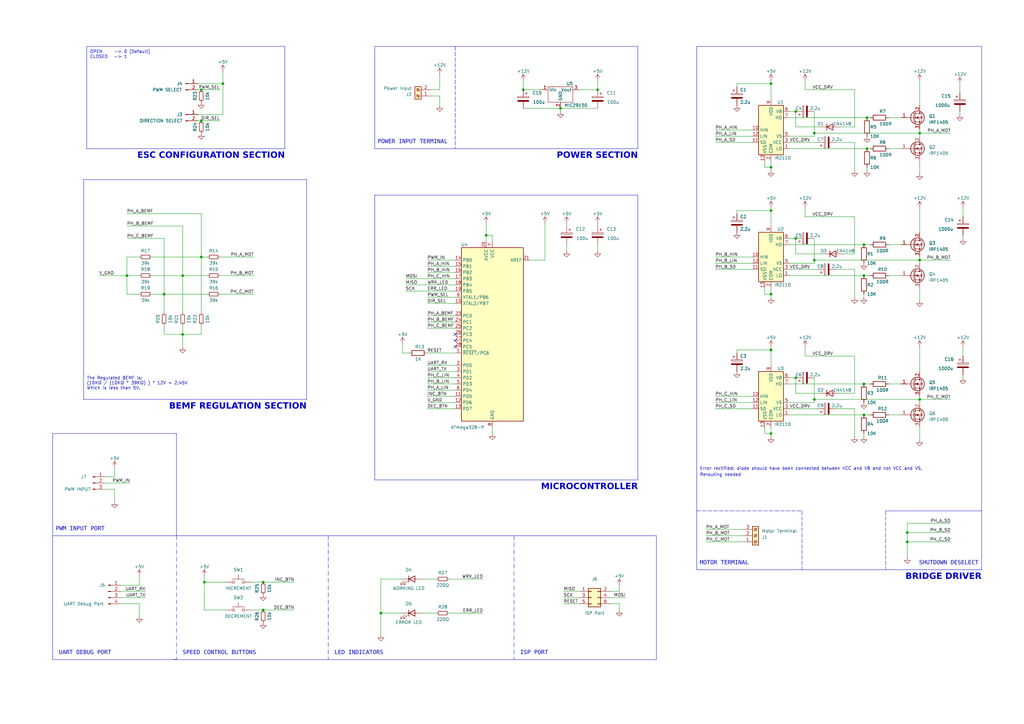
<source format=kicad_sch>
(kicad_sch (version 20230121) (generator eeschema)
  (paper "A3")
  (title_block (title "BLDC ESC") (date "2023-10-06") (rev "0.2") (company "JIMS Innovations") (comment 1 "Designed by Jesutofunmi Kupoluyi"))
  (junction (at 82.55 105.41))
  (junction (at 377.19 54.61))
  (junction (at 91.44 34.29))
  (junction (at 74.93 137.16))
  (junction (at 52.07 113.03))
  (junction (at 334.01 163.83))
  (junction (at 245.11 36.83))
  (junction (at 316.23 120.65))
  (junction (at 199.39 96.52))
  (junction (at 372.11 222.25))
  (junction (at 355.6 60.96))
  (junction (at 82.55 49.53))
  (junction (at 334.01 106.68))
  (junction (at 74.93 113.03))
  (junction (at 326.39 154.94))
  (junction (at 316.23 177.8))
  (junction (at 107.95 250.19))
  (junction (at 316.23 143.51))
  (junction (at 316.23 68.58))
  (junction (at 326.39 97.79))
  (junction (at 355.6 48.26))
  (junction (at 83.82 238.76))
  (junction (at 156.21 251.46))
  (junction (at 316.23 34.29))
  (junction (at 214.63 36.83))
  (junction (at 354.33 113.03))
  (junction (at 372.11 218.44))
  (junction (at 377.19 106.68))
  (junction (at 316.23 86.36))
  (junction (at 354.33 157.48))
  (junction (at 377.19 163.83))
  (junction (at 334.01 54.61))
  (junction (at 82.55 36.83))
  (junction (at 107.95 238.76))
  (junction (at 326.39 45.72))
  (junction (at 67.31 120.65))
  (junction (at 229.87 44.45))
  (junction (at 354.33 170.18))
  (junction (at 354.33 100.33))
  (no_connect (at 186.69 142.24))
  (no_connect (at 186.69 139.7))
  (no_connect (at 186.69 137.16))
  (wire (pts (xy 165.1 144.78) (xy 167.64 144.78)))
  (wire (pts (xy 330.2 142.24) (xy 330.2 146.05)))
  (wire (pts (xy 175.26 121.92) (xy 186.69 121.92)))
  (wire (pts (xy 323.85 167.64) (xy 335.28 167.64)))
  (wire (pts (xy 316.23 120.65) (xy 316.23 121.92)))
  (wire (pts (xy 289.56 217.17) (xy 304.8 217.17)))
  (wire (pts (xy 323.85 45.72) (xy 326.39 45.72)))
  (wire (pts (xy 175.26 167.64) (xy 186.69 167.64)))
  (wire (pts (xy 293.37 165.1) (xy 308.61 165.1)))
  (wire (pts (xy 232.41 100.33) (xy 232.41 102.87)))
  (wire (pts (xy 107.95 250.19) (xy 120.65 250.19)))
  (wire (pts (xy 254 247.65) (xy 254 250.19)))
  (wire (pts (xy 43.18 198.12) (xy 53.34 198.12)))
  (wire (pts (xy 355.6 48.26) (xy 356.87 48.26)))
  (wire (pts (xy 393.7 34.29) (xy 393.7 38.1)))
  (wire (pts (xy 354.33 100.33) (xy 356.87 100.33)))
  (wire (pts (xy 316.23 34.29) (xy 316.23 40.64)))
  (wire (pts (xy 201.93 96.52) (xy 199.39 96.52)))
  (wire (pts (xy 231.14 245.11) (xy 237.49 245.11)))
  (wire (pts (xy 245.11 33.02) (xy 245.11 36.83)))
  (wire (pts (xy 316.23 143.51) (xy 316.23 149.86)))
  (wire (pts (xy 313.69 175.26) (xy 313.69 177.8)))
  (wire (pts (xy 165.1 140.97) (xy 165.1 144.78)))
  (wire (pts (xy 156.21 251.46) (xy 156.21 237.49)))
  (wire (pts (xy 82.55 36.83) (xy 90.17 36.83)))
  (wire (pts (xy 334.01 163.83) (xy 334.01 165.1)))
  (wire (pts (xy 334.01 107.95) (xy 323.85 107.95)))
  (wire (pts (xy 82.55 137.16) (xy 82.55 133.35)))
  (polyline (pts (xy 35.56 19.05) (xy 116.84 19.05)))
  (wire (pts (xy 377.19 53.34) (xy 377.19 54.61)))
  (wire (pts (xy 372.11 218.44) (xy 372.11 222.25)))
  (wire (pts (xy 57.15 120.65) (xy 52.07 120.65)))
  (wire (pts (xy 377.19 163.83) (xy 377.19 165.1)))
  (polyline (pts (xy 21.59 219.71) (xy 21.59 270.51)))
  (wire (pts (xy 186.69 160.02) (xy 175.26 160.02)))
  (wire (pts (xy 393.7 45.72) (xy 393.7 46.99)))
  (wire (pts (xy 377.19 66.04) (xy 377.19 71.12)))
  (wire (pts (xy 323.85 100.33) (xy 354.33 100.33)))
  (polyline (pts (xy 363.22 209.55) (xy 363.22 233.68)) (stroke (width 0) (type dash)))
  (wire (pts (xy 330.2 36.83) (xy 350.52 36.83)))
  (wire (pts (xy 74.93 133.35) (xy 74.93 137.16)))
  (wire (pts (xy 354.33 179.07) (xy 354.33 177.8)))
  (wire (pts (xy 394.97 153.67) (xy 394.97 154.94)))
  (wire (pts (xy 330.2 85.09) (xy 330.2 88.9)))
  (polyline (pts (xy 210.82 219.71) (xy 210.82 270.51)) (stroke (width 0) (type dash_dot)))
  (wire (pts (xy 334.01 154.94) (xy 334.01 163.83)))
  (wire (pts (xy 289.56 219.71) (xy 304.8 219.71)))
  (wire (pts (xy 172.72 237.49) (xy 179.07 237.49)))
  (wire (pts (xy 342.9 167.64) (xy 350.52 167.64)))
  (wire (pts (xy 67.31 133.35) (xy 67.31 137.16)))
  (wire (pts (xy 377.19 54.61) (xy 377.19 55.88)))
  (wire (pts (xy 250.19 245.11) (xy 256.54 245.11)))
  (wire (pts (xy 62.23 105.41) (xy 82.55 105.41)))
  (polyline (pts (xy 125.73 73.66) (xy 125.73 163.83)))
  (polyline (pts (xy 21.59 177.8) (xy 72.39 177.8)))
  (wire (pts (xy 172.72 251.46) (xy 179.07 251.46)))
  (wire (pts (xy 293.37 55.88) (xy 308.61 55.88)))
  (wire (pts (xy 49.53 247.65) (xy 57.15 247.65)))
  (wire (pts (xy 57.15 236.22) (xy 57.15 240.03)))
  (wire (pts (xy 336.55 52.07) (xy 326.39 52.07)))
  (wire (pts (xy 186.69 134.62) (xy 175.26 134.62)))
  (wire (pts (xy 334.01 165.1) (xy 323.85 165.1)))
  (wire (pts (xy 316.23 66.04) (xy 316.23 68.58)))
  (polyline (pts (xy 72.39 219.71) (xy 72.39 270.51)) (stroke (width 0) (type dash_dot)))
  (wire (pts (xy 389.89 222.25) (xy 372.11 222.25)))
  (wire (pts (xy 67.31 120.65) (xy 85.09 120.65)))
  (wire (pts (xy 354.33 121.92) (xy 354.33 120.65)))
  (polyline (pts (xy 116.84 60.96) (xy 35.56 60.96)))
  (wire (pts (xy 62.23 113.03) (xy 74.93 113.03)))
  (wire (pts (xy 46.99 200.66) (xy 46.99 205.74)))
  (wire (pts (xy 377.19 33.02) (xy 377.19 43.18)))
  (wire (pts (xy 166.37 116.84) (xy 186.69 116.84)))
  (wire (pts (xy 302.26 86.36) (xy 316.23 86.36)))
  (polyline (pts (xy 285.75 209.55) (xy 328.93 209.55)) (stroke (width 0) (type dash)))
  (wire (pts (xy 175.26 124.46) (xy 186.69 124.46)))
  (wire (pts (xy 83.82 250.19) (xy 92.71 250.19)))
  (wire (pts (xy 74.93 113.03) (xy 85.09 113.03)))
  (wire (pts (xy 74.93 113.03) (xy 74.93 128.27)))
  (wire (pts (xy 323.85 110.49) (xy 335.28 110.49)))
  (wire (pts (xy 313.69 68.58) (xy 316.23 68.58)))
  (wire (pts (xy 350.52 110.49) (xy 350.52 121.92)))
  (wire (pts (xy 186.69 132.08) (xy 175.26 132.08)))
  (wire (pts (xy 364.49 170.18) (xy 369.57 170.18)))
  (wire (pts (xy 293.37 53.34) (xy 308.61 53.34)))
  (wire (pts (xy 377.19 162.56) (xy 377.19 163.83)))
  (wire (pts (xy 40.64 113.03) (xy 52.07 113.03)))
  (polyline (pts (xy 402.59 19.05) (xy 402.59 233.68)))
  (wire (pts (xy 81.28 49.53) (xy 82.55 49.53)))
  (polyline (pts (xy 186.69 19.05) (xy 186.69 60.96)) (stroke (width 0) (type dash)))
  (polyline (pts (xy 261.62 80.01) (xy 261.62 196.85)))
  (wire (pts (xy 293.37 105.41) (xy 308.61 105.41)))
  (wire (pts (xy 184.15 237.49) (xy 198.12 237.49)))
  (wire (pts (xy 245.11 91.44) (xy 245.11 92.71)))
  (wire (pts (xy 156.21 237.49) (xy 165.1 237.49)))
  (wire (pts (xy 186.69 129.54) (xy 175.26 129.54)))
  (wire (pts (xy 313.69 177.8) (xy 316.23 177.8)))
  (wire (pts (xy 302.26 35.56) (xy 302.26 34.29)))
  (wire (pts (xy 229.87 44.45) (xy 245.11 44.45)))
  (wire (pts (xy 350.52 52.07) (xy 350.52 36.83)))
  (wire (pts (xy 330.2 33.02) (xy 330.2 36.83)))
  (wire (pts (xy 377.19 54.61) (xy 389.89 54.61)))
  (wire (pts (xy 323.85 48.26) (xy 355.6 48.26)))
  (polyline (pts (xy 116.84 19.05) (xy 116.84 60.96)))
  (wire (pts (xy 323.85 170.18) (xy 354.33 170.18)))
  (wire (pts (xy 166.37 114.3) (xy 186.69 114.3)))
  (wire (pts (xy 394.97 96.52) (xy 394.97 97.79)))
  (wire (pts (xy 326.39 45.72) (xy 326.39 52.07)))
  (wire (pts (xy 90.17 113.03) (xy 104.14 113.03)))
  (wire (pts (xy 175.26 162.56) (xy 186.69 162.56)))
  (wire (pts (xy 334.01 163.83) (xy 377.19 163.83)))
  (polyline (pts (xy 72.39 270.51) (xy 71.12 270.51)))
  (wire (pts (xy 90.17 105.41) (xy 104.14 105.41)))
  (polyline (pts (xy 269.24 270.51) (xy 21.59 270.51)))
  (wire (pts (xy 186.69 111.76) (xy 175.26 111.76)))
  (polyline (pts (xy 261.62 196.85) (xy 153.67 196.85)))
  (wire (pts (xy 186.69 144.78) (xy 175.26 144.78)))
  (polyline (pts (xy 285.75 19.05) (xy 285.75 233.68)))
  (wire (pts (xy 229.87 44.45) (xy 229.87 45.72)))
  (wire (pts (xy 313.69 118.11) (xy 313.69 120.65)))
  (wire (pts (xy 323.85 113.03) (xy 354.33 113.03)))
  (wire (pts (xy 334.01 106.68) (xy 334.01 107.95)))
  (wire (pts (xy 52.07 120.65) (xy 52.07 113.03)))
  (wire (pts (xy 102.87 238.76) (xy 107.95 238.76)))
  (wire (pts (xy 102.87 250.19) (xy 107.95 250.19)))
  (wire (pts (xy 52.07 97.79) (xy 67.31 97.79)))
  (polyline (pts (xy 34.29 73.66) (xy 125.73 73.66)))
  (wire (pts (xy 214.63 33.02) (xy 214.63 36.83)))
  (wire (pts (xy 57.15 247.65) (xy 57.15 252.73)))
  (wire (pts (xy 394.97 85.09) (xy 394.97 88.9)))
  (wire (pts (xy 377.19 106.68) (xy 377.19 107.95)))
  (wire (pts (xy 82.55 49.53) (xy 90.17 49.53)))
  (wire (pts (xy 354.33 157.48) (xy 356.87 157.48)))
  (wire (pts (xy 316.23 142.24) (xy 316.23 143.51)))
  (wire (pts (xy 334.01 54.61) (xy 377.19 54.61)))
  (wire (pts (xy 254 240.03) (xy 254 242.57)))
  (wire (pts (xy 156.21 260.35) (xy 156.21 251.46)))
  (polyline (pts (xy 363.22 209.55) (xy 402.59 209.55)))
  (wire (pts (xy 313.69 120.65) (xy 316.23 120.65)))
  (wire (pts (xy 316.23 177.8) (xy 316.23 179.07)))
  (wire (pts (xy 354.33 113.03) (xy 356.87 113.03)))
  (polyline (pts (xy 402.59 233.68) (xy 285.75 233.68)))
  (wire (pts (xy 354.33 170.18) (xy 356.87 170.18)))
  (wire (pts (xy 323.85 157.48) (xy 354.33 157.48)))
  (wire (pts (xy 81.28 34.29) (xy 91.44 34.29)))
  (wire (pts (xy 52.07 92.71) (xy 74.93 92.71)))
  (wire (pts (xy 293.37 58.42) (xy 308.61 58.42)))
  (wire (pts (xy 355.6 60.96) (xy 356.87 60.96)))
  (wire (pts (xy 67.31 137.16) (xy 74.93 137.16)))
  (wire (pts (xy 62.23 120.65) (xy 67.31 120.65)))
  (wire (pts (xy 231.14 247.65) (xy 237.49 247.65)))
  (wire (pts (xy 43.18 200.66) (xy 46.99 200.66)))
  (wire (pts (xy 377.19 118.11) (xy 377.19 123.19)))
  (wire (pts (xy 364.49 157.48) (xy 369.57 157.48)))
  (wire (pts (xy 52.07 113.03) (xy 57.15 113.03)))
  (wire (pts (xy 316.23 85.09) (xy 316.23 86.36)))
  (wire (pts (xy 372.11 214.63) (xy 372.11 218.44)))
  (polyline (pts (xy 285.75 19.05) (xy 402.59 19.05)))
  (wire (pts (xy 90.17 120.65) (xy 104.14 120.65)))
  (wire (pts (xy 350.52 104.14) (xy 345.44 104.14)))
  (wire (pts (xy 355.6 69.85) (xy 355.6 68.58)))
  (wire (pts (xy 316.23 86.36) (xy 316.23 92.71)))
  (wire (pts (xy 364.49 113.03) (xy 369.57 113.03)))
  (polyline (pts (xy 153.67 19.05) (xy 153.67 60.96)))
  (wire (pts (xy 293.37 167.64) (xy 308.61 167.64)))
  (wire (pts (xy 199.39 96.52) (xy 199.39 99.06)))
  (polyline (pts (xy 153.67 80.01) (xy 153.67 196.85)))
  (polyline (pts (xy 269.24 219.71) (xy 269.24 270.51)))
  (wire (pts (xy 302.26 143.51) (xy 316.23 143.51)))
  (wire (pts (xy 46.99 195.58) (xy 43.18 195.58)))
  (wire (pts (xy 389.89 214.63) (xy 372.11 214.63)))
  (wire (pts (xy 231.14 242.57) (xy 237.49 242.57)))
  (wire (pts (xy 82.55 105.41) (xy 82.55 128.27)))
  (polyline (pts (xy 72.39 177.8) (xy 72.39 219.71)))
  (wire (pts (xy 372.11 222.25) (xy 372.11 228.6)))
  (wire (pts (xy 180.34 43.18) (xy 180.34 39.37)))
  (wire (pts (xy 180.34 36.83) (xy 176.53 36.83)))
  (wire (pts (xy 67.31 120.65) (xy 67.31 97.79)))
  (wire (pts (xy 74.93 113.03) (xy 74.93 92.71)))
  (wire (pts (xy 166.37 119.38) (xy 186.69 119.38)))
  (wire (pts (xy 316.23 68.58) (xy 316.23 69.85)))
  (wire (pts (xy 364.49 60.96) (xy 369.57 60.96)))
  (wire (pts (xy 232.41 91.44) (xy 232.41 92.71)))
  (wire (pts (xy 350.52 161.29) (xy 344.17 161.29)))
  (wire (pts (xy 313.69 66.04) (xy 313.69 68.58)))
  (wire (pts (xy 156.21 251.46) (xy 165.1 251.46)))
  (wire (pts (xy 334.01 55.88) (xy 323.85 55.88)))
  (wire (pts (xy 81.28 36.83) (xy 82.55 36.83)))
  (wire (pts (xy 293.37 107.95) (xy 308.61 107.95)))
  (wire (pts (xy 201.93 175.26) (xy 201.93 177.8)))
  (wire (pts (xy 83.82 238.76) (xy 92.71 238.76)))
  (wire (pts (xy 326.39 161.29) (xy 326.39 154.94)))
  (wire (pts (xy 350.52 52.07) (xy 344.17 52.07)))
  (polyline (pts (xy 125.73 163.83) (xy 34.29 163.83)))
  (wire (pts (xy 186.69 152.4) (xy 175.26 152.4)))
  (wire (pts (xy 223.52 91.44) (xy 223.52 106.68)))
  (wire (pts (xy 289.56 222.25) (xy 304.8 222.25)))
  (polyline (pts (xy 35.56 19.05) (xy 35.56 60.96)))
  (wire (pts (xy 377.19 106.68) (xy 389.89 106.68)))
  (wire (pts (xy 91.44 34.29) (xy 91.44 29.21)))
  (wire (pts (xy 52.07 105.41) (xy 52.07 113.03)))
  (wire (pts (xy 342.9 110.49) (xy 350.52 110.49)))
  (wire (pts (xy 330.2 146.05) (xy 350.52 146.05)))
  (wire (pts (xy 81.28 46.99) (xy 91.44 46.99)))
  (wire (pts (xy 250.19 247.65) (xy 254 247.65)))
  (wire (pts (xy 254 242.57) (xy 250.19 242.57)))
  (wire (pts (xy 57.15 105.41) (xy 52.07 105.41)))
  (wire (pts (xy 316.23 175.26) (xy 316.23 177.8)))
  (wire (pts (xy 201.93 99.06) (xy 201.93 96.52)))
  (wire (pts (xy 49.53 240.03) (xy 57.15 240.03)))
  (wire (pts (xy 74.93 137.16) (xy 74.93 142.24)))
  (wire (pts (xy 180.34 39.37) (xy 176.53 39.37)))
  (wire (pts (xy 336.55 161.29) (xy 326.39 161.29)))
  (wire (pts (xy 186.69 109.22) (xy 175.26 109.22)))
  (wire (pts (xy 91.44 46.99) (xy 91.44 34.29)))
  (polyline (pts (xy 134.62 219.71) (xy 134.62 270.51)) (stroke (width 0) (type dash_dot)))
  (wire (pts (xy 302.26 144.78) (xy 302.26 143.51)))
  (wire (pts (xy 377.19 85.09) (xy 377.19 95.25)))
  (polyline (pts (xy 153.67 19.05) (xy 261.62 19.05)))
  (wire (pts (xy 67.31 120.65) (xy 67.31 128.27)))
  (polyline (pts (xy 261.62 60.96) (xy 153.67 60.96)))
  (wire (pts (xy 377.19 163.83) (xy 389.89 163.83)))
  (wire (pts (xy 223.52 106.68) (xy 217.17 106.68)))
  (wire (pts (xy 186.69 149.86) (xy 175.26 149.86)))
  (wire (pts (xy 334.01 54.61) (xy 334.01 55.88)))
  (wire (pts (xy 83.82 238.76) (xy 83.82 250.19)))
  (wire (pts (xy 214.63 44.45) (xy 229.87 44.45)))
  (wire (pts (xy 350.52 167.64) (xy 350.52 179.07)))
  (wire (pts (xy 214.63 36.83) (xy 222.25 36.83)))
  (wire (pts (xy 293.37 110.49) (xy 308.61 110.49)))
  (wire (pts (xy 342.9 58.42) (xy 350.52 58.42)))
  (wire (pts (xy 330.2 88.9) (xy 350.52 88.9)))
  (wire (pts (xy 302.26 87.63) (xy 302.26 86.36)))
  (wire (pts (xy 186.69 154.94) (xy 175.26 154.94)))
  (wire (pts (xy 377.19 105.41) (xy 377.19 106.68)))
  (wire (pts (xy 350.52 161.29) (xy 350.52 146.05)))
  (polyline (pts (xy 21.59 219.71) (xy 269.24 219.71)))
  (wire (pts (xy 82.55 105.41) (xy 85.09 105.41)))
  (wire (pts (xy 82.55 105.41) (xy 82.55 87.63)))
  (wire (pts (xy 364.49 100.33) (xy 369.57 100.33)))
  (wire (pts (xy 323.85 97.79) (xy 326.39 97.79)))
  (wire (pts (xy 302.26 34.29) (xy 316.23 34.29)))
  (polyline (pts (xy 21.59 219.71) (xy 21.59 177.8)))
  (wire (pts (xy 323.85 60.96) (xy 355.6 60.96)))
  (polyline (pts (xy 153.67 80.01) (xy 261.62 80.01)))
  (wire (pts (xy 389.89 218.44) (xy 372.11 218.44)))
  (wire (pts (xy 245.11 36.83) (xy 237.49 36.83)))
  (polyline (pts (xy 328.93 209.55) (xy 328.93 233.68)) (stroke (width 0) (type dash)))
  (wire (pts (xy 350.52 104.14) (xy 350.52 88.9)))
  (wire (pts (xy 46.99 191.77) (xy 46.99 195.58)))
  (wire (pts (xy 293.37 162.56) (xy 308.61 162.56)))
  (wire (pts (xy 107.95 238.76) (xy 120.65 238.76)))
  (wire (pts (xy 394.97 142.24) (xy 394.97 146.05)))
  (wire (pts (xy 74.93 137.16) (xy 82.55 137.16)))
  (wire (pts (xy 350.52 58.42) (xy 350.52 69.85)))
  (wire (pts (xy 186.69 106.68) (xy 175.26 106.68)))
  (wire (pts (xy 83.82 236.22) (xy 83.82 238.76)))
  (wire (pts (xy 199.39 91.44) (xy 199.39 96.52)))
  (polyline (pts (xy 261.62 19.05) (xy 261.62 60.96)))
  (wire (pts (xy 377.19 175.26) (xy 377.19 180.34)))
  (wire (pts (xy 186.69 157.48) (xy 175.26 157.48)))
  (wire (pts (xy 334.01 106.68) (xy 377.19 106.68)))
  (wire (pts (xy 184.15 251.46) (xy 198.12 251.46)))
  (wire (pts (xy 245.11 100.33) (xy 245.11 102.87)))
  (wire (pts (xy 323.85 154.94) (xy 326.39 154.94)))
  (wire (pts (xy 316.23 118.11) (xy 316.23 120.65)))
  (wire (pts (xy 180.34 30.48) (xy 180.34 36.83)))
  (wire (pts (xy 49.53 242.57) (xy 59.69 242.57)))
  (wire (pts (xy 49.53 245.11) (xy 59.69 245.11)))
  (wire (pts (xy 326.39 104.14) (xy 326.39 97.79)))
  (wire (pts (xy 337.82 104.14) (xy 326.39 104.14)))
  (wire (pts (xy 377.19 142.24) (xy 377.19 152.4)))
  (wire (pts (xy 334.01 97.79) (xy 334.01 106.68)))
  (wire (pts (xy 186.69 165.1) (xy 175.26 165.1)))
  (wire (pts (xy 334.01 45.72) (xy 334.01 54.61)))
  (wire (pts (xy 316.23 33.02) (xy 316.23 34.29)))
  (wire (pts (xy 364.49 48.26) (xy 369.57 48.26)))
  (wire (pts (xy 323.85 58.42) (xy 335.28 58.42)))
  (wire (pts (xy 52.07 87.63) (xy 82.55 87.63)))
  (polyline (pts (xy 34.29 73.66) (xy 34.29 163.83)))
  (text "SHUTDOWN DESELECT" (at 401.32 232.41 0) (effects (font (size 1.7 1.7) italic) (justify right bottom)))
  (text "UART DEBUG PORT" (at 24.13 269.24 0) (effects (font (size 1.7 1.7) italic) (justify left bottom)))
  (text "PWM INPUT PORT" (at 22.86 218.44 0) (effects (font (size 1.7 1.7) italic) (justify left bottom)))
  (text "BEMF REGULATION SECTION" (at 125.73 168.91 0) (effects (font (size 2.54 2.54) (thickness 0.508) bold) (justify right bottom)))
  (text "POWER SECTION" (at 261.62 66.04 0) (effects (font (size 2.54 2.54) (thickness 0.508) bold) (justify right bottom)))
  (text "The Regulated BEMF is:\n(10KΩ / (10KΩ * 39KΩ) ) * 12V = 2.45V\nWhich is less than 5V." (at 35.56 160.02 0) (effects (font (size 1.27 1.27)) (justify left bottom)))
  (text "Error rectified: diode should have been connected between VCC and VB and not VCC and VS." (at 287.02 193.04 0) (effects (font (size 1.27 1.27)) (justify left bottom)))
  (text "POWER INPUT TERMINAL" (at 154.94 59.69 0) (effects (font (size 1.7 1.7) italic) (justify left bottom)))
  (text "MICROCONTROLLER" (at 261.62 201.93 0) (effects (font (size 2.54 2.54) (thickness 0.508) bold) (justify right bottom)))
  (text "ISP PORT" (at 213.36 269.24 0) (effects (font (size 1.7 1.7) italic) (justify left bottom)))
  (text "BRIDGE DRIVER" (at 402.59 238.76 0) (effects (font (size 2.54 2.54) (thickness 0.508) bold) (justify right bottom)))
  (text "LED INDICATORS" (at 137.16 269.24 0) (effects (font (size 1.7 1.7) italic) (justify left bottom)))
  (text "ESC CONFIGURATION SECTION" (at 116.84 66.04 0) (effects (font (size 2.54 2.54) (thickness 0.508) bold) (justify right bottom)))
  (text "Rerouting needed" (at 287.02 195.58 0) (effects (font (size 1.27 1.27)) (justify left bottom)))
  (text "SPEED CONTROL BUTTONS" (at 74.93 269.24 0) (effects (font (size 1.7 1.7) italic) (justify left bottom)))
  (text "MOTOR TERMINAL" (at 287.02 232.41 0) (effects (font (size 1.7 1.7) italic) (justify left bottom)))
  (text "OPEN 	-> 0 [Default]\nCLOSED 	-> 1 \n" (at 36.83 24.13 0) (effects (font (size 1.27 1.27)) (justify left bottom)))
  (label "PH_A_LIN" (at 175.26 160.02 0))
  (label "PH_C_BEMF" (at 52.07 97.79 0))
  (label "PH_A_MOT" (at 104.14 105.41 180))
  (label "UART_RX" (at 59.69 242.57 180))
  (label "MOSI" (at 166.37 114.3 0))
  (label "VCC_DRV" (at 323.85 167.64 0))
  (label "SCK" (at 231.14 245.11 0))
  (label "PH_C_BEMF" (at 175.26 134.62 0))
  (label "INC_BTN" (at 175.26 162.56 0))
  (label "UART_TX" (at 59.69 245.11 180))
  (label "PH_C_LIN" (at 293.37 165.1 0))
  (label "DIR_SEL" (at 175.26 124.46 0))
  (label "PH_B_MOT" (at 389.89 106.68 180))
  (label "PH_A_MOT" (at 389.89 54.61 180))
  (label "PH_C_MOT" (at 289.56 222.25 0))
  (label "PH_C_SD" (at 389.89 222.25 180))
  (label "PH_C_MOT" (at 389.89 163.83 180))
  (label "DEC_BTN" (at 120.65 250.19 180))
  (label "PH_C_SD" (at 293.37 167.64 0))
  (label "PH_B_LIN" (at 293.37 107.95 0))
  (label "VCC_DRV" (at 323.85 58.42 0))
  (label "WRK_LED" (at 175.26 116.84 0))
  (label "PWM_SEL" (at 90.17 36.83 180))
  (label "MISO" (at 166.37 116.84 0))
  (label "PH_A_MOT" (at 289.56 217.17 0))
  (label "PWM_SEL" (at 175.26 121.92 0))
  (label "VCC_DRV" (at 341.63 146.05 180))
  (label "RESET" (at 231.14 247.65 0))
  (label "RESET" (at 175.26 144.78 0))
  (label "MOSI" (at 256.54 245.11 180))
  (label "PH_A_SD" (at 293.37 58.42 0))
  (label "PH_A_BEMF" (at 175.26 129.54 0))
  (label "PH_A_SD" (at 389.89 214.63 180))
  (label "INC_BTN" (at 120.65 238.76 180))
  (label "PH_A_HIN" (at 175.26 109.22 0))
  (label "PH_C_HIN" (at 293.37 162.56 0))
  (label "PH_A_HIN" (at 293.37 53.34 0))
  (label "SCK" (at 166.37 119.38 0))
  (label "PH_B_SD" (at 293.37 110.49 0))
  (label "WRK_LED" (at 198.12 237.49 180))
  (label "ERR_LED" (at 198.12 251.46 180))
  (label "PH_B_BEMF" (at 52.07 92.71 0))
  (label "UART_TX" (at 175.26 152.4 0))
  (label "DIR_SEL" (at 90.17 49.53 180))
  (label "PH_A_LIN" (at 293.37 55.88 0))
  (label "VCC_DRV" (at 341.63 88.9 180))
  (label "PH_B_HIN" (at 175.26 111.76 0))
  (label "V_GND" (at 175.26 165.1 0))
  (label "PH_C_MOT" (at 104.14 120.65 180))
  (label "PH_B_BEMF" (at 175.26 132.08 0))
  (label "ERR_LED" (at 175.26 119.38 0))
  (label "PH_A_BEMF" (at 52.07 87.63 0))
  (label "PWM_IN" (at 53.34 198.12 180))
  (label "UART_RX" (at 175.26 149.86 0))
  (label "PH_B_MOT" (at 289.56 219.71 0))
  (label "PH_C_LIN" (at 175.26 154.94 0))
  (label "PH_B_MOT" (at 104.14 113.03 180))
  (label "DEC_BTN" (at 175.26 167.64 0))
  (label "VCC_DRV" (at 323.85 110.49 0))
  (label "PH_B_SD" (at 389.89 218.44 180))
  (label "PH_B_HIN" (at 293.37 105.41 0))
  (label "PH_B_LIN" (at 175.26 157.48 0))
  (label "PH_C_HIN" (at 175.26 114.3 0))
  (label "VCC_DRV" (at 341.63 36.83 180))
  (label "PWM_IN" (at 175.26 106.68 0))
  (label "V_GND" (at 40.64 113.03 0))
  (label "MISO" (at 231.14 242.57 0))
  (symbol (lib_id "power:GND") (at 350.52 121.92 0) (unit 1)
    (property "Reference" "#PWR014" (effects hide))
    (property "Value" "GND" (effects hide))
  )
  (symbol (lib_id "Switch:SW_Push") (at 97.79 238.76 0) (unit 1)
    (property "Reference" "SW1" (at 97.79 233.68 0))
    (property "Value" "INCREMENT" (at 97.79 241.3 0))
    (property "Footprint" "Button_Switch_THT:SW_PUSH_6mm" (effects hide))
  )
  (symbol (lib_id "Device:C_Polarized") (at 394.97 149.86 0) (unit 1)
    (property "Reference" "C16" (at 387.35 147.32 0) (effects (justify left)))
    (property "Value" "1000u" (at 384.81 151.13 0) (effects (justify left)))
    (property "Footprint" "Capacitor_THT:CP_Radial_D14.0mm_P7.50mm" (effects hide))
  )
  (symbol (lib_id "power:GND") (at 57.15 252.73 0) (unit 1)
    (property "Reference" "#PWR047" (effects hide))
    (property "Value" "GND" (effects hide))
  )
  (symbol (lib_id "power:+12V") (at 394.97 85.09 0) (unit 1)
    (property "Reference" "#PWR050" (effects hide))
    (property "Value" "+12V" (at 394.97 81.28 0))
  )
  (symbol (lib_id "Device:C_Polarized") (at 330.2 45.72 90) (unit 1)
    (property "Reference" "C4" (at 328.93 44.45 90) (effects (justify left)))
    (property "Value" "2.2u" (at 336.55 44.45 90) (effects (justify left)))
    (property "Footprint" "Capacitor_THT:CP_Radial_D5.0mm_P2.00mm" (effects hide))
  )
  (symbol (lib_id "power:GND") (at 46.99 205.74 0) (unit 1)
    (property "Reference" "#PWR060" (effects hide))
    (property "Value" "GND" (effects hide))
  )
  (symbol (lib_id "Device:R_Small") (at 87.63 105.41 90) (unit 1)
    (property "Reference" "R14" (at 87.63 102.87 90))
    (property "Value" "39k" (at 87.63 107.95 90))
    (property "Footprint" "Resistor_THT:R_Axial_DIN0207_L6.3mm_D2.5mm_P10.16mm_Horizontal" (effects hide))
  )
  (symbol (lib_id "Connector:Conn_01x04_Pin") (at 44.45 242.57 0) (unit 1)
    (property "Reference" "J5" (at 41.91 240.03 0))
    (property "Value" "UART Debug Port" (at 34.29 247.65 0))
    (property "Footprint" "Connector_PinHeader_2.54mm:PinHeader_1x04_P2.54mm_Vertical" (effects hide))
  )
  (symbol (lib_id "power:GND") (at 229.87 45.72 0) (unit 1)
    (property "Reference" "#PWR038" (effects hide))
    (property "Value" "GND" (effects hide))
  )
  (symbol (lib_id "Device:D") (at 340.36 161.29 0) (unit 1)
    (property "Reference" "D2" (at 336.55 160.02 0))
    (property "Value" "1N4148" (at 345.44 160.02 0))
    (property "Footprint" "Diode_THT:D_A-405_P10.16mm_Horizontal" (effects hide))
    (property "Sim.Device" "D" (effects hide))
    (property "Sim.Pins" "1=K 2=A" (effects hide))
  )
  (symbol (lib_id "Device:R_Small") (at 87.63 113.03 90) (unit 1)
    (property "Reference" "R15" (at 87.63 110.49 90))
    (property "Value" "39k" (at 87.63 115.57 90))
    (property "Footprint" "Resistor_THT:R_Axial_DIN0207_L6.3mm_D2.5mm_P10.16mm_Horizontal" (effects hide))
  )
  (symbol (lib_id "Transistor_FET:IRF3205") (at 374.65 170.18 0) (unit 1)
    (property "Reference" "Q6" (at 381 169.545 0) (effects (justify left)))
    (property "Value" "IRF1405" (at 381 172.085 0) (effects (justify left)))
    (property "Footprint" "Package_TO_SOT_THT:TO-220-3_Vertical" (effects hide))
    (property "Datasheet" "http://www.irf.com/product-info/datasheets/data/irf3205.pdf" (effects hide))
  )
  (symbol (lib_id "power:+5V") (at 316.23 33.02 0) (unit 1)
    (property "Reference" "#PWR04" (effects hide))
    (property "Value" "+5V" (at 316.23 29.21 0))
  )
  (symbol (lib_id "Transistor_FET:IRF3205") (at 374.65 157.48 0) (unit 1)
    (property "Reference" "Q5" (at 381 156.845 0) (effects (justify left)))
    (property "Value" "IRF1405" (at 381 159.385 0) (effects (justify left)))
    (property "Footprint" "Package_TO_SOT_THT:TO-220-3_Vertical" (effects hide))
    (property "Datasheet" "http://www.irf.com/product-info/datasheets/data/irf3205.pdf" (effects hide))
  )
  (symbol (lib_id "Transistor_FET:IRF3205") (at 374.65 60.96 0) (unit 1)
    (property "Reference" "Q2" (at 381 60.325 0) (effects (justify left)))
    (property "Value" "IRF1405" (at 381 62.865 0) (effects (justify left)))
    (property "Footprint" "Package_TO_SOT_THT:TO-220-3_Vertical" (effects hide))
    (property "Datasheet" "http://www.irf.com/product-info/datasheets/data/irf3205.pdf" (effects hide))
  )
  (symbol (lib_id "Device:R") (at 360.68 48.26 90) (unit 1)
    (property "Reference" "R7" (at 361.95 45.72 90))
    (property "Value" "100R" (at 363.22 50.8 90))
    (property "Footprint" "Resistor_THT:R_Axial_DIN0207_L6.3mm_D2.5mm_P10.16mm_Horizontal" (effects hide))
  )
  (symbol (lib_id "power:+5V") (at 254 240.03 0) (mirror y) (unit 1)
    (property "Reference" "#PWR054" (effects hide))
    (property "Value" "+5V" (at 254 236.22 0))
  )
  (symbol (lib_id "power:GND") (at 354.33 179.07 0) (unit 1)
    (property "Reference" "#PWR019" (effects hide))
    (property "Value" "GND" (effects hide))
  )
  (symbol (lib_id "Device:C_Polarized") (at 302.26 91.44 0) (unit 1)
    (property "Reference" "C2" (at 303.53 88.9 0) (effects (justify left)))
    (property "Value" "2.2u" (at 303.53 93.98 0) (effects (justify left)))
    (property "Footprint" "Capacitor_THT:CP_Radial_D5.0mm_P2.00mm" (effects hide))
  )
  (symbol (lib_id "power:GND") (at 302.26 95.25 0) (unit 1)
    (property "Reference" "#PWR02" (effects hide))
    (property "Value" "GND" (effects hide))
  )
  (symbol (lib_id "Connector:Conn_01x02_Pin") (at 76.2 46.99 0) (unit 1)
    (property "Reference" "J3" (at 73.66 46.99 0))
    (property "Value" "DIRECTION SELECT" (at 66.04 49.53 0))
    (property "Footprint" "Connector_PinHeader_2.54mm:PinHeader_1x02_P2.54mm_Vertical" (effects hide))
  )
  (symbol (lib_id "Driver_FET:IR2110") (at 316.23 105.41 0) (unit 1)
    (property "Reference" "U2" (at 318.77 93.98 0) (effects (justify left)))
    (property "Value" "IR2110" (at 317.5 116.84 0) (effects (justify left)))
    (property "Footprint" "Package_DIP:DIP-14_W7.62mm" (effects hide))
    (property "Datasheet" "https://www.infineon.com/dgdl/ir2110.pdf?fileId=5546d462533600a4015355c80333167e" (effects hide))
  )
  (symbol (lib_id "Transistor_FET:IRF3205") (at 374.65 100.33 0) (unit 1)
    (property "Reference" "Q3" (at 381 99.695 0) (effects (justify left)))
    (property "Value" "IRF1405" (at 381 102.235 0) (effects (justify left)))
    (property "Footprint" "Package_TO_SOT_THT:TO-220-3_Vertical" (effects hide))
    (property "Datasheet" "http://www.irf.com/product-info/datasheets/data/irf3205.pdf" (effects hide))
  )
  (symbol (lib_id "Device:R") (at 360.68 157.48 90) (unit 1)
    (property "Reference" "R11" (at 361.95 154.94 90))
    (property "Value" "100R" (at 361.95 160.02 90))
    (property "Footprint" "Resistor_THT:R_Axial_DIN0207_L6.3mm_D2.5mm_P10.16mm_Horizontal" (effects hide))
  )
  (symbol (lib_id "Device:C_Polarized") (at 330.2 154.94 90) (unit 1)
    (property "Reference" "C6" (at 328.93 153.67 90) (effects (justify left)))
    (property "Value" "2.2u" (at 336.55 153.67 90) (effects (justify left)))
    (property "Footprint" "Capacitor_THT:CP_Radial_D5.0mm_P2.00mm" (effects hide))
  )
  (symbol (lib_id "power:GND") (at 82.55 54.61 0) (mirror y) (unit 1)
    (property "Reference" "#PWR041" (effects hide))
    (property "Value" "GND" (effects hide))
  )
  (symbol (lib_id "power:GND") (at 245.11 102.87 0) (mirror y) (unit 1)
    (property "Reference" "#PWR045" (effects hide))
    (property "Value" "GND" (effects hide))
  )
  (symbol (lib_id "power:GND") (at 394.97 154.94 0) (unit 1)
    (property "Reference" "#PWR058" (effects hide))
    (property "Value" "GND" (effects hide))
  )
  (symbol (lib_id "MCU_Microchip_ATmega:ATmega328-P") (at 201.93 137.16 0) (mirror y) (unit 1)
    (property "Reference" "U4" (at 190.5 100.33 0))
    (property "Value" "ATmega328-P" (at 191.77 175.26 0))
    (property "Footprint" "Package_DIP:DIP-28_W7.62mm" (effects hide))
    (property "Datasheet" "http://ww1.microchip.com/downloads/en/DeviceDoc/ATmega328_P%20AVR%20MCU%20with%20picoPower%20Technology%20Data%20Sheet%2040001984A.pdf" (effects hide))
  )
  (symbol (lib_id "Device:R_Small") (at 87.63 120.65 90) (unit 1)
    (property "Reference" "R16" (at 87.63 118.11 90))
    (property "Value" "39k" (at 87.63 123.19 90))
    (property "Footprint" "Resistor_THT:R_Axial_DIN0207_L6.3mm_D2.5mm_P10.16mm_Horizontal" (effects hide))
  )
  (symbol (lib_id "power:+12V") (at 377.19 142.24 0) (unit 1)
    (property "Reference" "#PWR026" (effects hide))
    (property "Value" "+12V" (at 377.19 138.43 0))
  )
  (symbol (lib_id "Device:LED") (at 168.91 237.49 0) (unit 1)
    (property "Reference" "D4" (at 167.64 233.68 0))
    (property "Value" "WORKING LED" (at 167.64 241.3 0))
    (property "Footprint" "LED_THT:LED_D5.0mm" (effects hide))
  )
  (symbol (lib_id "power:+12V") (at 377.19 85.09 0) (unit 1)
    (property "Reference" "#PWR024" (effects hide))
    (property "Value" "+12V" (at 377.19 81.28 0))
  )
  (symbol (lib_id "Device:C_Polarized") (at 330.2 97.79 90) (unit 1)
    (property "Reference" "C5" (at 328.93 96.52 90) (effects (justify left)))
    (property "Value" "2.2u" (at 336.55 96.52 90) (effects (justify left)))
    (property "Footprint" "Capacitor_THT:CP_Radial_D5.0mm_P2.00mm" (effects hide))
  )
  (symbol (lib_id "power:GND") (at 74.93 142.24 0) (unit 1)
    (property "Reference" "#PWR035" (effects hide))
    (property "Value" "GND" (effects hide))
  )
  (symbol (lib_id "Device:R_Small") (at 82.55 130.81 180) (unit 1)
    (property "Reference" "R22" (at 80.01 130.81 90))
    (property "Value" "10k" (at 85.09 130.81 90))
    (property "Footprint" "Resistor_THT:R_Axial_DIN0207_L6.3mm_D2.5mm_P10.16mm_Horizontal" (effects hide))
  )
  (symbol (lib_id "Regulator_Linear:MIC29150") (at 229.87 34.29 0) (unit 1)
    (property "Reference" "U5" (at 233.68 34.29 0))
    (property "Value" "MIC29150" (at 236.22 43.18 0))
    (property "Footprint" "Package_TO_SOT_THT:TO-220-3_Vertical" (effects hide))
  )
  (symbol (lib_id "Device:LED") (at 168.91 251.46 0) (unit 1)
    (property "Reference" "D5" (at 167.64 247.65 0))
    (property "Value" "ERROR LED" (at 167.64 255.27 0))
    (property "Footprint" "LED_THT:LED_D5.0mm" (effects hide))
  )
  (symbol (lib_id "power:GND") (at 316.23 121.92 0) (unit 1)
    (property "Reference" "#PWR07" (effects hide))
    (property "Value" "GND" (effects hide))
  )
  (symbol (lib_id "Device:R") (at 360.68 170.18 90) (unit 1)
    (property "Reference" "R12" (at 361.95 167.64 90))
    (property "Value" "100R" (at 361.95 172.72 90))
    (property "Footprint" "Resistor_THT:R_Axial_DIN0207_L6.3mm_D2.5mm_P10.16mm_Horizontal" (effects hide))
  )
  (symbol (lib_id "Device:R") (at 354.33 116.84 180) (unit 1)
    (property "Reference" "R2" (at 355.6 116.84 0) (effects (justify right)))
    (property "Value" "10K" (at 355.6 120.65 0) (effects (justify right)))
    (property "Footprint" "Resistor_THT:R_Axial_DIN0207_L6.3mm_D2.5mm_P10.16mm_Horizontal" (effects hide))
  )
  (symbol (lib_id "Device:R_Small") (at 59.69 113.03 90) (unit 1)
    (property "Reference" "R18" (at 59.69 110.49 90))
    (property "Value" "39k" (at 59.69 115.57 90))
    (property "Footprint" "Resistor_THT:R_Axial_DIN0207_L6.3mm_D2.5mm_P10.16mm_Horizontal" (effects hide))
  )
  (symbol (lib_id "Device:R") (at 360.68 113.03 90) (unit 1)
    (property "Reference" "R10" (at 361.95 110.49 90))
    (property "Value" "100R" (at 361.95 115.57 90))
    (property "Footprint" "Resistor_THT:R_Axial_DIN0207_L6.3mm_D2.5mm_P10.16mm_Horizontal" (effects hide))
  )
  (symbol (lib_id "power:GND") (at 107.95 255.27 0) (unit 1)
    (property "Reference" "#PWR049" (effects hide))
    (property "Value" "GND" (effects hide))
  )
  (symbol (lib_id "power:GND") (at 354.33 165.1 0) (unit 1)
    (property "Reference" "#PWR018" (effects hide))
    (property "Value" "GND" (effects hide))
  )
  (symbol (lib_id "Device:C_Polarized") (at 339.09 58.42 90) (unit 1)
    (property "Reference" "C7" (at 337.82 57.15 90) (effects (justify left)))
    (property "Value" "2.2u" (at 345.44 57.15 90) (effects (justify left)))
    (property "Footprint" "Capacitor_THT:CP_Radial_D5.0mm_P2.00mm" (effects hide))
  )
  (symbol (lib_id "Device:C_Polarized") (at 339.09 167.64 90) (unit 1)
    (property "Reference" "C9" (at 337.82 166.37 90) (effects (justify left)))
    (property "Value" "2.2u" (at 345.44 166.37 90) (effects (justify left)))
    (property "Footprint" "Capacitor_THT:CP_Radial_D5.0mm_P2.00mm" (effects hide))
  )
  (symbol (lib_id "power:GND") (at 377.19 123.19 0) (unit 1)
    (property "Reference" "#PWR025" (effects hide))
    (property "Value" "GND" (effects hide))
  )
  (symbol (lib_id "Device:D") (at 340.36 52.07 0) (unit 1)
    (property "Reference" "D1" (at 336.55 50.8 0))
    (property "Value" "1N4148" (at 345.44 50.8 0))
    (property "Footprint" "Diode_THT:D_A-405_P10.16mm_Horizontal" (effects hide))
    (property "Sim.Device" "D" (effects hide))
    (property "Sim.Pins" "1=K 2=A" (effects hide))
  )
  (symbol (lib_id "power:+12V") (at 393.7 34.29 0) (unit 1)
    (property "Reference" "#PWR055" (effects hide))
    (property "Value" "+12V" (at 393.7 30.48 0))
  )
  (symbol (lib_id "power:+5V") (at 199.39 91.44 0) (mirror y) (unit 1)
    (property "Reference" "#PWR030" (effects hide))
    (property "Value" "+5V" (at 199.39 87.63 0))
  )
  (symbol (lib_id "power:+12V") (at 180.34 30.48 0) (mirror y) (unit 1)
    (property "Reference" "#PWR033" (effects hide))
    (property "Value" "+12V" (at 180.34 26.67 0))
  )
  (symbol (lib_id "Device:R_Small") (at 107.95 241.3 180) (unit 1)
    (property "Reference" "R25" (at 105.41 241.3 90))
    (property "Value" "10k" (at 110.49 241.3 90))
    (property "Footprint" "Resistor_THT:R_Axial_DIN0207_L6.3mm_D2.5mm_P10.16mm_Horizontal" (effects hide))
  )
  (symbol (lib_id "Connector:Screw_Terminal_01x03") (at 309.88 219.71 0) (mirror x) (unit 1)
    (property "Reference" "J1" (at 312.42 220.345 0) (effects (justify left)))
    (property "Value" "Motor Terminal" (at 312.42 217.805 0) (effects (justify left)))
    (property "Footprint" "TerminalBlock:TerminalBlock_bornier-3_P5.08mm" (effects hide))
  )
  (symbol (lib_id "Connector:Screw_Terminal_01x02") (at 171.45 39.37 180) (unit 1)
    (property "Reference" "J2" (at 168.91 38.735 0) (effects (justify left)))
    (property "Value" "Power Input" (at 168.91 36.195 0) (effects (justify left)))
    (property "Footprint" "TerminalBlock:TerminalBlock_bornier-2_P5.08mm" (effects hide))
  )
  (symbol (lib_id "power:GND") (at 180.34 43.18 0) (mirror y) (unit 1)
    (property "Reference" "#PWR034" (effects hide))
    (property "Value" "GND" (effects hide))
  )
  (symbol (lib_id "Device:C_Polarized") (at 302.26 148.59 0) (unit 1)
    (property "Reference" "C3" (at 303.53 146.05 0) (effects (justify left)))
    (property "Value" "2.2u" (at 303.53 151.13 0) (effects (justify left)))
    (property "Footprint" "Capacitor_THT:CP_Radial_D5.0mm_P2.00mm" (effects hide))
  )
  (symbol (lib_id "Device:C_Polarized") (at 393.7 41.91 0) (unit 1)
    (property "Reference" "C15" (at 386.08 39.37 0) (effects (justify left)))
    (property "Value" "1000u" (at 383.54 43.18 0) (effects (justify left)))
    (property "Footprint" "Capacitor_THT:CP_Radial_D14.0mm_P7.50mm" (effects hide))
  )
  (symbol (lib_id "Device:C_Polarized") (at 339.09 110.49 90) (unit 1)
    (property "Reference" "C8" (at 337.82 109.22 90) (effects (justify left)))
    (property "Value" "2.2u" (at 345.44 109.22 90) (effects (justify left)))
    (property "Footprint" "Capacitor_THT:CP_Radial_D5.0mm_P2.00mm" (effects hide))
  )
  (symbol (lib_id "Device:C_Polarized") (at 245.11 40.64 0) (mirror y) (unit 1)
    (property "Reference" "C11" (at 252.73 38.1 0) (effects (justify left)))
    (property "Value" "100u" (at 254 41.91 0) (effects (justify left)))
    (property "Footprint" "Capacitor_THT:CP_Radial_D5.0mm_P2.50mm" (effects hide))
  )
  (symbol (lib_id "Device:R_Small") (at 59.69 105.41 90) (unit 1)
    (property "Reference" "R17" (at 59.69 102.87 90))
    (property "Value" "39k" (at 59.69 107.95 90))
    (property "Footprint" "Resistor_THT:R_Axial_DIN0207_L6.3mm_D2.5mm_P10.16mm_Horizontal" (effects hide))
  )
  (symbol (lib_id "power:+5V") (at 245.11 33.02 0) (mirror y) (unit 1)
    (property "Reference" "#PWR037" (effects hide))
    (property "Value" "+5V" (at 245.11 29.21 0))
  )
  (symbol (lib_id "Device:R_Small") (at 107.95 252.73 180) (unit 1)
    (property "Reference" "R26" (at 105.41 252.73 90))
    (property "Value" "10k" (at 110.49 252.73 90))
    (property "Footprint" "Resistor_THT:R_Axial_DIN0207_L6.3mm_D2.5mm_P10.16mm_Horizontal" (effects hide))
  )
  (symbol (lib_id "power:+5V") (at 83.82 236.22 0) (mirror y) (unit 1)
    (property "Reference" "#PWR059" (effects hide))
    (property "Value" "+5V" (at 83.82 232.41 0))
  )
  (symbol (lib_id "Device:R_Small") (at 59.69 120.65 90) (unit 1)
    (property "Reference" "R19" (at 59.69 118.11 90))
    (property "Value" "39k" (at 59.69 123.19 90))
    (property "Footprint" "Resistor_THT:R_Axial_DIN0207_L6.3mm_D2.5mm_P10.16mm_Horizontal" (effects hide))
  )
  (symbol (lib_id "power:+5V") (at 316.23 142.24 0) (unit 1)
    (property "Reference" "#PWR08" (effects hide))
    (property "Value" "+5V" (at 316.23 138.43 0))
  )
  (symbol (lib_id "power:+5V") (at 46.99 191.77 0) (mirror y) (unit 1)
    (property "Reference" "#PWR061" (effects hide))
    (property "Value" "+5V" (at 46.99 187.96 0))
  )
  (symbol (lib_id "power:GND") (at 350.52 179.07 0) (unit 1)
    (property "Reference" "#PWR015" (effects hide))
    (property "Value" "GND" (effects hide))
  )
  (symbol (lib_id "power:GND") (at 107.95 243.84 0) (unit 1)
    (property "Reference" "#PWR048" (effects hide))
    (property "Value" "GND" (effects hide))
  )
  (symbol (lib_id "Device:R_Small") (at 74.93 130.81 180) (unit 1)
    (property "Reference" "R21" (at 72.39 130.81 90))
    (property "Value" "10k" (at 77.47 130.81 90))
    (property "Footprint" "Resistor_THT:R_Axial_DIN0207_L6.3mm_D2.5mm_P10.16mm_Horizontal" (effects hide))
  )
  (symbol (lib_id "power:GND") (at 254 250.19 0) (unit 1)
    (property "Reference" "#PWR053" (effects hide))
    (property "Value" "GND" (effects hide))
  )
  (symbol (lib_id "power:+5V") (at 91.44 29.21 0) (mirror y) (unit 1)
    (property "Reference" "#PWR039" (effects hide))
    (property "Value" "+5V" (at 91.44 25.4 0))
  )
  (symbol (lib_id "Device:C_Polarized") (at 245.11 96.52 0) (mirror y) (unit 1)
    (property "Reference" "C13" (at 252.73 93.98 0) (effects (justify left)))
    (property "Value" "100u" (at 254 97.79 0) (effects (justify left)))
    (property "Footprint" "Capacitor_THT:CP_Radial_D5.0mm_P2.50mm" (effects hide))
  )
  (symbol (lib_id "power:GND") (at 302.26 152.4 0) (unit 1)
    (property "Reference" "#PWR03" (effects hide))
    (property "Value" "GND" (effects hide))
  )
  (symbol (lib_id "Device:R_Small") (at 181.61 237.49 90) (unit 1)
    (property "Reference" "R27" (at 181.61 234.95 90))
    (property "Value" "220Ω" (at 181.61 240.03 90))
    (property "Footprint" "Resistor_THT:R_Axial_DIN0207_L6.3mm_D2.5mm_P10.16mm_Horizontal" (effects hide))
  )
  (symbol (lib_id "Device:R") (at 355.6 52.07 180) (unit 1)
    (property "Reference" "R5" (at 356.87 52.07 0) (effects (justify right)))
    (property "Value" "10K" (at 356.87 55.88 0) (effects (justify right)))
    (property "Footprint" "Resistor_THT:R_Axial_DIN0207_L6.3mm_D2.5mm_P10.16mm_Horizontal" (effects hide))
  )
  (symbol (lib_id "power:GND") (at 377.19 71.12 0) (unit 1)
    (property "Reference" "#PWR023" (effects hide))
    (property "Value" "GND" (effects hide))
  )
  (symbol (lib_id "Device:R") (at 360.68 60.96 90) (unit 1)
    (property "Reference" "R8" (at 361.95 58.42 90))
    (property "Value" "100R" (at 363.22 63.5 90))
    (property "Footprint" "Resistor_THT:R_Axial_DIN0207_L6.3mm_D2.5mm_P10.16mm_Horizontal" (effects hide))
  )
  (symbol (lib_id "Device:R_Small") (at 82.55 39.37 180) (unit 1)
    (property "Reference" "R23" (at 80.01 39.37 90))
    (property "Value" "10k" (at 85.09 39.37 90))
    (property "Footprint" "Resistor_THT:R_Axial_DIN0207_L6.3mm_D2.5mm_P10.16mm_Horizontal" (effects hide))
  )
  (symbol (lib_id "power:+5V") (at 57.15 236.22 0) (mirror y) (unit 1)
    (property "Reference" "#PWR046" (effects hide))
    (property "Value" "+5V" (at 57.15 232.41 0))
  )
  (symbol (lib_id "Driver_FET:IR2110") (at 316.23 162.56 0) (unit 1)
    (property "Reference" "U3" (at 318.77 151.13 0) (effects (justify left)))
    (property "Value" "IR2110" (at 317.5 173.99 0) (effects (justify left)))
    (property "Footprint" "Package_DIP:DIP-14_W7.62mm" (effects hide))
    (property "Datasheet" "https://www.infineon.com/dgdl/ir2110.pdf?fileId=5546d462533600a4015355c80333167e" (effects hide))
  )
  (symbol (lib_id "power:GND") (at 201.93 177.8 0) (mirror y) (unit 1)
    (property "Reference" "#PWR029" (effects hide))
    (property "Value" "GND" (effects hide))
  )
  (symbol (lib_id "power:+12V") (at 330.2 85.09 0) (unit 1)
    (property "Reference" "#PWR011" (effects hide))
    (property "Value" "+12V" (at 330.2 81.28 0))
  )
  (symbol (lib_id "Device:D") (at 341.63 104.14 0) (unit 1)
    (property "Reference" "D3" (at 337.82 102.87 0))
    (property "Value" "1N4148" (at 346.71 102.87 0))
    (property "Footprint" "Diode_THT:D_A-405_P10.16mm_Horizontal" (effects hide))
    (property "Sim.Device" "D" (effects hide))
    (property "Sim.Pins" "1=K 2=A" (effects hide))
  )
  (symbol (lib_id "Switch:SW_Push") (at 97.79 250.19 0) (unit 1)
    (property "Reference" "SW2" (at 97.79 245.11 0))
    (property "Value" "DECREMENT" (at 97.79 252.73 0))
    (property "Footprint" "Button_Switch_THT:SW_PUSH_6mm" (effects hide))
  )
  (symbol (lib_id "power:GND") (at 354.33 107.95 0) (unit 1)
    (property "Reference" "#PWR016" (effects hide))
    (property "Value" "GND" (effects hide))
  )
  (symbol (lib_id "Device:R_Small") (at 67.31 130.81 180) (unit 1)
    (property "Reference" "R20" (at 64.77 130.81 90))
    (property "Value" "10k" (at 69.85 130.81 90))
    (property "Footprint" "Resistor_THT:R_Axial_DIN0207_L6.3mm_D2.5mm_P10.16mm_Horizontal" (effects hide))
  )
  (symbol (lib_id "power:GND") (at 355.6 55.88 0) (unit 1)
    (property "Reference" "#PWR020" (effects hide))
    (property "Value" "GND" (effects hide))
  )
  (symbol (lib_id "power:+5V") (at 232.41 91.44 0) (mirror y) (unit 1)
    (property "Reference" "#PWR042" (effects hide))
    (property "Value" "+5V" (at 232.41 87.63 0))
  )
  (symbol (lib_id "Device:R") (at 354.33 173.99 180) (unit 1)
    (property "Reference" "R4" (at 355.6 173.99 0) (effects (justify right)))
    (property "Value" "10K" (at 355.6 177.8 0) (effects (justify right)))
    (property "Footprint" "Resistor_THT:R_Axial_DIN0207_L6.3mm_D2.5mm_P10.16mm_Horizontal" (effects hide))
  )
  (symbol (lib_id "Device:C_Polarized") (at 232.41 96.52 0) (mirror y) (unit 1)
    (property "Reference" "C12" (at 240.03 93.98 0) (effects (justify left)))
    (property "Value" "100u" (at 241.3 97.79 0) (effects (justify left)))
    (property "Footprint" "Capacitor_THT:CP_Radial_D5.0mm_P2.50mm" (effects hide))
  )
  (symbol (lib_id "Device:R_Small") (at 82.55 52.07 180) (unit 1)
    (property "Reference" "R24" (at 80.01 52.07 90))
    (property "Value" "10k" (at 85.09 52.07 90))
    (property "Footprint" "Resistor_THT:R_Axial_DIN0207_L6.3mm_D2.5mm_P10.16mm_Horizontal" (effects hide))
  )
  (symbol (lib_id "Connector_Generic:Conn_02x03_Odd_Even") (at 242.57 245.11 0) (unit 1)
    (property "Reference" "J6" (at 243.84 237.49 0))
    (property "Value" "ISP Port" (at 243.84 251.46 0))
    (property "Footprint" "Connector_PinHeader_2.54mm:PinHeader_2x03_P2.54mm_Vertical" (effects hide))
  )
  (symbol (lib_id "Device:R") (at 171.45 144.78 90) (mirror x) (unit 1)
    (property "Reference" "R13" (at 170.18 142.24 90) (effects (justify right)))
    (property "Value" "1K" (at 170.18 147.32 90) (effects (justify right)))
    (property "Footprint" "Resistor_THT:R_Axial_DIN0207_L6.3mm_D2.5mm_P10.16mm_Horizontal" (effects hide))
  )
  (symbol (lib_id "power:+12V") (at 330.2 142.24 0) (unit 1)
    (property "Reference" "#PWR012" (effects hide))
    (property "Value" "+12V" (at 330.2 138.43 0))
  )
  (symbol (lib_id "Device:R_Small") (at 181.61 251.46 90) (unit 1)
    (property "Reference" "R28" (at 181.61 248.92 90))
    (property "Value" "220Ω" (at 181.61 254 90))
    (property "Footprint" "Resistor_THT:R_Axial_DIN0207_L6.3mm_D2.5mm_P10.16mm_Horizontal" (effects hide))
  )
  (symbol (lib_id "power:GND") (at 316.23 179.07 0) (unit 1)
    (property "Reference" "#PWR09" (effects hide))
    (property "Value" "GND" (effects hide))
  )
  (symbol (lib_id "power:GND") (at 232.41 102.87 0) (mirror y) (unit 1)
    (property "Reference" "#PWR043" (effects hide))
    (property "Value" "GND" (effects hide))
  )
  (symbol (lib_id "power:GND") (at 372.11 228.6 0) (mirror y) (unit 1)
    (property "Reference" "#PWR032" (effects hide))
    (property "Value" "GND" (effects hide))
  )
  (symbol (lib_id "power:GND") (at 355.6 69.85 0) (unit 1)
    (property "Reference" "#PWR021" (effects hide))
    (property "Value" "GND" (effects hide))
  )
  (symbol (lib_id "Device:R") (at 354.33 161.29 180) (unit 1)
    (property "Reference" "R3" (at 355.6 161.29 0) (effects (justify right)))
    (property "Value" "10K" (at 355.6 165.1 0) (effects (justify right)))
    (property "Footprint" "Resistor_THT:R_Axial_DIN0207_L6.3mm_D2.5mm_P10.16mm_Horizontal" (effects hide))
  )
  (symbol (lib_id "power:+5V") (at 165.1 140.97 0) (mirror y) (unit 1)
    (property "Reference" "#PWR031" (effects hide))
    (property "Value" "+5V" (at 165.1 137.16 0))
  )
  (symbol (lib_id "Device:R") (at 355.6 64.77 180) (unit 1)
    (property "Reference" "R6" (at 356.87 64.77 0) (effects (justify right)))
    (property "Value" "10K" (at 356.87 68.58 0) (effects (justify right)))
    (property "Footprint" "Resistor_THT:R_Axial_DIN0207_L6.3mm_D2.5mm_P10.16mm_Horizontal" (effects hide))
  )
  (symbol (lib_id "power:+12V") (at 394.97 142.24 0) (unit 1)
    (property "Reference" "#PWR057" (effects hide))
    (property "Value" "+12V" (at 394.97 138.43 0))
  )
  (symbol (lib_id "power:+5V") (at 223.52 91.44 0) (mirror y) (unit 1)
    (property "Reference" "#PWR028" (effects hide))
    (property "Value" "+5V" (at 223.52 87.63 0))
  )
  (symbol (lib_id "power:GND") (at 82.55 41.91 0) (mirror y) (unit 1)
    (property "Reference" "#PWR040" (effects hide))
    (property "Value" "GND" (effects hide))
  )
  (symbol (lib_id "Device:R") (at 354.33 104.14 180) (unit 1)
    (property "Reference" "R1" (at 355.6 104.14 0) (effects (justify right)))
    (property "Value" "10K" (at 355.6 107.95 0) (effects (justify right)))
    (property "Footprint" "Resistor_THT:R_Axial_DIN0207_L6.3mm_D2.5mm_P10.16mm_Horizontal" (effects hide))
  )
  (symbol (lib_id "power:+12V") (at 214.63 33.02 0) (unit 1)
    (property "Reference" "#PWR036" (effects hide))
    (property "Value" "+12V" (at 214.63 29.21 0))
  )
  (symbol (lib_id "power:GND") (at 302.26 43.18 0) (unit 1)
    (property "Reference" "#PWR01" (effects hide))
    (property "Value" "GND" (effects hide))
  )
  (symbol (lib_id "Device:C_Polarized") (at 394.97 92.71 0) (unit 1)
    (property "Reference" "C14" (at 387.35 90.17 0) (effects (justify left)))
    (property "Value" "1000u" (at 384.81 93.98 0) (effects (justify left)))
    (property "Footprint" "Capacitor_THT:CP_Radial_D14.0mm_P7.50mm" (effects hide))
  )
  (symbol (lib_id "Connector:Conn_01x03_Pin") (at 38.1 198.12 0) (unit 1)
    (property "Reference" "J7" (at 34.29 195.58 0))
    (property "Value" "PWM INPUT" (at 31.75 200.66 0))
    (property "Footprint" "Connector_PinHeader_2.54mm:PinHeader_1x03_P2.54mm_Vertical" (effects hide))
  )
  (symbol (lib_id "power:+5V") (at 245.11 91.44 0) (mirror y) (unit 1)
    (property "Reference" "#PWR044" (effects hide))
    (property "Value" "+5V" (at 245.11 87.63 0))
  )
  (symbol (lib_id "Connector:Conn_01x02_Pin") (at 76.2 34.29 0) (unit 1)
    (property "Reference" "J4" (at 73.66 34.29 0))
    (property "Value" "PWM SELECT" (at 68.58 36.83 0))
    (property "Footprint" "Connector_PinHeader_2.54mm:PinHeader_1x02_P2.54mm_Vertical" (effects hide))
  )
  (symbol (lib_id "power:GND") (at 394.97 97.79 0) (unit 1)
    (property "Reference" "#PWR051" (effects hide))
    (property "Value" "GND" (effects hide))
  )
  (symbol (lib_id "Transistor_FET:IRF3205") (at 374.65 48.26 0) (unit 1)
    (property "Reference" "Q1" (at 381 47.625 0) (effects (justify left)))
    (property "Value" "IRF1405" (at 381 50.165 0) (effects (justify left)))
    (property "Footprint" "Package_TO_SOT_THT:TO-220-3_Vertical" (effects hide))
    (property "Datasheet" "http://www.irf.com/product-info/datasheets/data/irf3205.pdf" (effects hide))
  )
  (symbol (lib_id "power:GND") (at 393.7 46.99 0) (unit 1)
    (property "Reference" "#PWR056" (effects hide))
    (property "Value" "GND" (effects hide))
  )
  (symbol (lib_id "power:+5V") (at 316.23 85.09 0) (unit 1)
    (property "Reference" "#PWR06" (effects hide))
    (property "Value" "+5V" (at 316.23 81.28 0))
  )
  (symbol (lib_id "power:GND") (at 377.19 180.34 0) (unit 1)
    (property "Reference" "#PWR027" (effects hide))
    (property "Value" "GND" (effects hide))
  )
  (symbol (lib_id "Transistor_FET:IRF3205") (at 374.65 113.03 0) (unit 1)
    (property "Reference" "Q4" (at 381 112.395 0) (effects (justify left)))
    (property "Value" "IRF1405" (at 381 114.935 0) (effects (justify left)))
    (property "Footprint" "Package_TO_SOT_THT:TO-220-3_Vertical" (effects hide))
    (property "Datasheet" "http://www.irf.com/product-info/datasheets/data/irf3205.pdf" (effects hide))
  )
  (symbol (lib_id "power:GND") (at 316.23 69.85 0) (unit 1)
    (property "Reference" "#PWR05" (effects hide))
    (property "Value" "GND" (effects hide))
  )
  (symbol (lib_id "power:GND") (at 354.33 121.92 0) (unit 1)
    (property "Reference" "#PWR017" (effects hide))
    (property "Value" "GND" (effects hide))
  )
  (symbol (lib_id "power:GND") (at 350.52 69.85 0) (unit 1)
    (property "Reference" "#PWR013" (effects hide))
    (property "Value" "GND" (effects hide))
  )
  (symbol (lib_id "power:+12V") (at 330.2 33.02 0) (unit 1)
    (property "Reference" "#PWR010" (effects hide))
    (property "Value" "+12V" (at 330.2 29.21 0))
  )
  (symbol (lib_id "Device:R") (at 360.68 100.33 90) (unit 1)
    (property "Reference" "R9" (at 361.95 97.79 90))
    (property "Value" "100R" (at 361.95 102.87 90))
    (property "Footprint" "Resistor_THT:R_Axial_DIN0207_L6.3mm_D2.5mm_P10.16mm_Horizontal" (effects hide))
  )
  (symbol (lib_id "power:+12V") (at 377.19 33.02 0) (unit 1)
    (property "Reference" "#PWR022" (effects hide))
    (property "Value" "+12V" (at 377.19 29.21 0))
  )
  (symbol (lib_id "Device:C_Polarized") (at 214.63 40.64 0) (mirror y) (unit 1)
    (property "Reference" "C10" (at 222.25 38.1 0) (effects (justify left)))
    (property "Value" "100u" (at 223.52 41.91 0) (effects (justify left)))
    (property "Footprint" "Capacitor_THT:CP_Radial_D5.0mm_P2.50mm" (effects hide))
  )
  (symbol (lib_id "Device:C_Polarized") (at 302.26 39.37 0) (unit 1)
    (property "Reference" "C1" (at 303.53 36.83 0) (effects (justify left)))
    (property "Value" "2.2u" (at 303.53 41.91 0) (effects (justify left)))
    (property "Footprint" "Capacitor_THT:CP_Radial_D5.0mm_P2.00mm" (effects hide))
  )
  (symbol (lib_id "Driver_FET:IR2110") (at 316.23 53.34 0) (unit 1)
    (property "Reference" "U1" (at 318.77 41.91 0) (effects (justify left)))
    (property "Value" "IR2110" (at 317.5 64.77 0) (effects (justify left)))
    (property "Footprint" "Package_DIP:DIP-14_W7.62mm" (effects hide))
    (property "Datasheet" "https://www.infineon.com/dgdl/ir2110.pdf?fileId=5546d462533600a4015355c80333167e" (effects hide))
  )
  (symbol (lib_id "power:GND") (at 156.21 260.35 0) (unit 1)
    (property "Reference" "#PWR052" (effects hide))
    (property "Value" "GND" (effects hide))
  )
)
</source>
